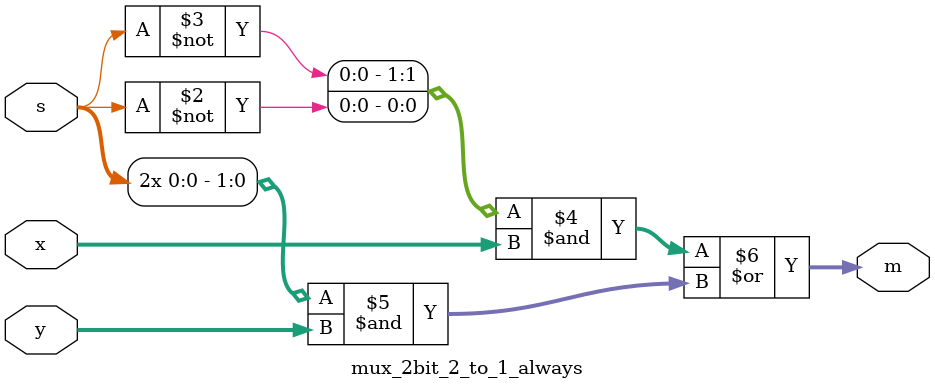
<source format=v>
`timescale 1ns / 1ps


module mux_2bit_2_to_1_always(
    input [1:0] x,
    input [1:0] y,
    input s,
    output [1:0] m
    );
	reg [1:0] m;
	always @(*) begin
		m = ({~s,~s}&x) | ({s,s}&y);
	end
endmodule

</source>
